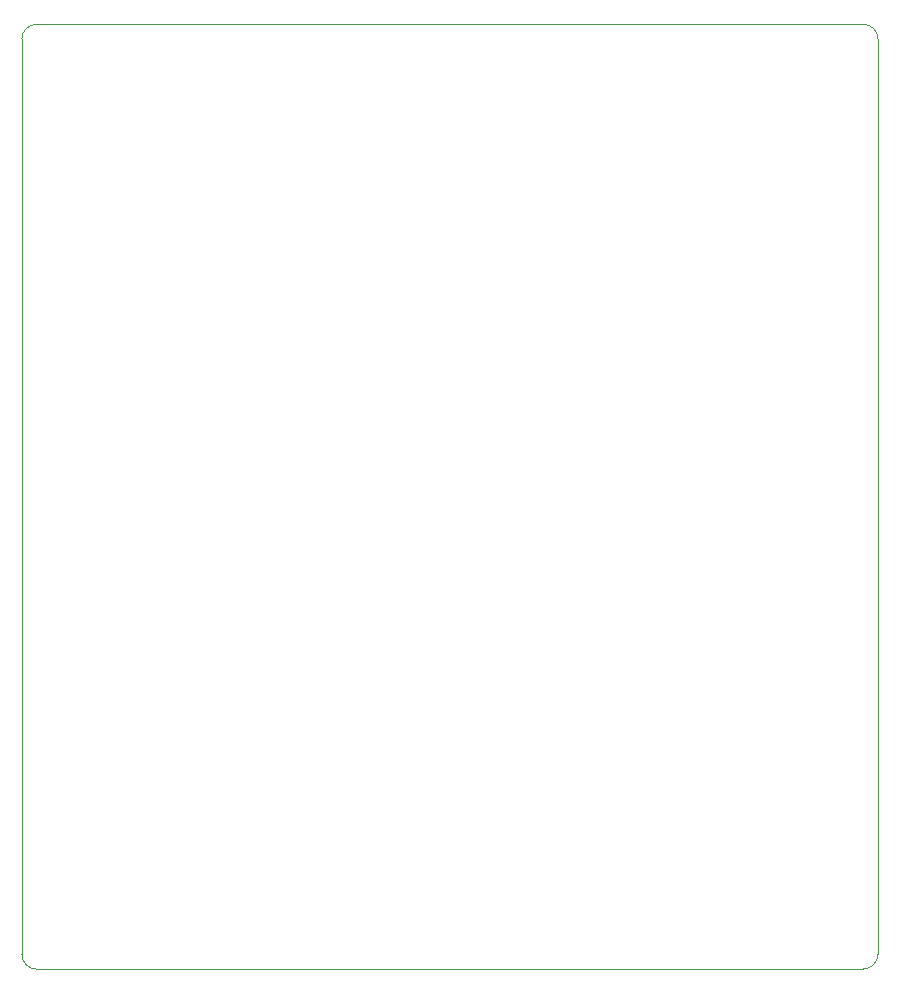
<source format=gm1>
G04 Layer_Color=16711935*
%FSLAX44Y44*%
%MOMM*%
G71*
G01*
G75*
%ADD30C,0.0500*%
D30*
X12700Y800000D02*
G03*
X0Y787300I0J-12700D01*
G01*
X725000D02*
G03*
X712300Y800000I-12700J0D01*
G01*
Y0D02*
G03*
X725000Y12700I0J12700D01*
G01*
X0D02*
G03*
X12700Y0I12700J0D01*
G01*
X25000D02*
X100000D01*
X0Y750000D02*
Y787300D01*
X12700Y800000D02*
X50000D01*
X700000D01*
X725000Y775000D02*
Y787300D01*
X700000Y800000D02*
X712300D01*
X725000Y25000D02*
Y775000D01*
X100000Y0D02*
X700000D01*
X725000Y12700D02*
Y25000D01*
X700000Y0D02*
X712300D01*
X0Y25000D02*
Y750000D01*
X12700Y0D02*
X25000D01*
X0Y12700D02*
Y25000D01*
M02*

</source>
